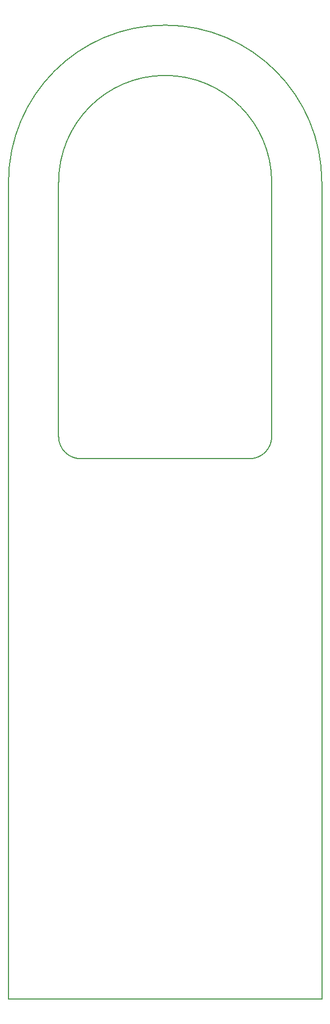
<source format=gm1>
G04 #@! TF.GenerationSoftware,KiCad,Pcbnew,7.0.7*
G04 #@! TF.CreationDate,2024-10-25T09:44:25+02:00*
G04 #@! TF.ProjectId,Benhui_Tongue,42656e68-7569-45f5-946f-6e6775652e6b,rev?*
G04 #@! TF.SameCoordinates,Original*
G04 #@! TF.FileFunction,Profile,NP*
%FSLAX46Y46*%
G04 Gerber Fmt 4.6, Leading zero omitted, Abs format (unit mm)*
G04 Created by KiCad (PCBNEW 7.0.7) date 2024-10-25 09:44:25*
%MOMM*%
%LPD*%
G01*
G04 APERTURE LIST*
G04 #@! TA.AperFunction,Profile*
%ADD10C,0.200000*%
G04 #@! TD*
G04 APERTURE END LIST*
D10*
X102200000Y-89600000D02*
G75*
G03*
X105700000Y-93100000I3500000J0D01*
G01*
X136200000Y-49100000D02*
X136200000Y-89600000D01*
X132700000Y-93100000D02*
X105700000Y-93100000D01*
X132700000Y-93100000D02*
G75*
G03*
X136200000Y-89600000I0J3500000D01*
G01*
X94200000Y-179100000D02*
X144200000Y-179100000D01*
X144200000Y-179100000D02*
X144200000Y-49100000D01*
X136200000Y-49100000D02*
G75*
G03*
X102200000Y-49100000I-17000000J0D01*
G01*
X144200000Y-49100000D02*
G75*
G03*
X94200000Y-49100000I-25000000J0D01*
G01*
X94200000Y-49100000D02*
X94200000Y-179100000D01*
X102200000Y-89600000D02*
X102200000Y-49100000D01*
M02*

</source>
